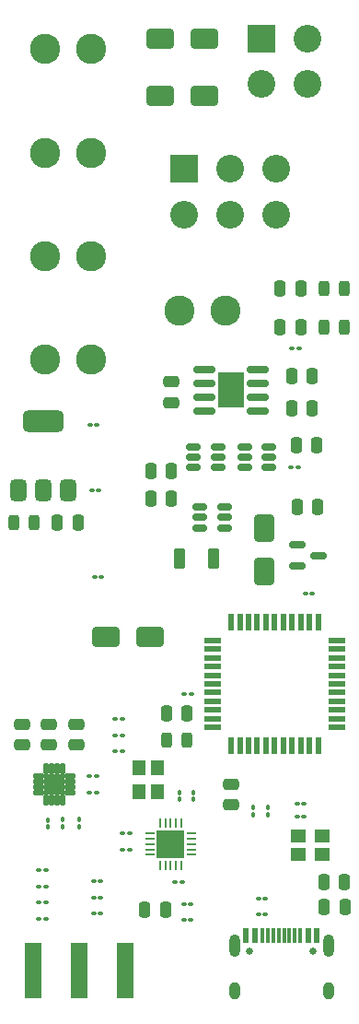
<source format=gbr>
%TF.GenerationSoftware,KiCad,Pcbnew,9.0.1*%
%TF.CreationDate,2025-07-21T15:53:40-04:00*%
%TF.ProjectId,wrangler,7772616e-676c-4657-922e-6b696361645f,rev?*%
%TF.SameCoordinates,Original*%
%TF.FileFunction,Soldermask,Top*%
%TF.FilePolarity,Negative*%
%FSLAX46Y46*%
G04 Gerber Fmt 4.6, Leading zero omitted, Abs format (unit mm)*
G04 Created by KiCad (PCBNEW 9.0.1) date 2025-07-21 15:53:40*
%MOMM*%
%LPD*%
G01*
G04 APERTURE LIST*
G04 Aperture macros list*
%AMRoundRect*
0 Rectangle with rounded corners*
0 $1 Rounding radius*
0 $2 $3 $4 $5 $6 $7 $8 $9 X,Y pos of 4 corners*
0 Add a 4 corners polygon primitive as box body*
4,1,4,$2,$3,$4,$5,$6,$7,$8,$9,$2,$3,0*
0 Add four circle primitives for the rounded corners*
1,1,$1+$1,$2,$3*
1,1,$1+$1,$4,$5*
1,1,$1+$1,$6,$7*
1,1,$1+$1,$8,$9*
0 Add four rect primitives between the rounded corners*
20,1,$1+$1,$2,$3,$4,$5,0*
20,1,$1+$1,$4,$5,$6,$7,0*
20,1,$1+$1,$6,$7,$8,$9,0*
20,1,$1+$1,$8,$9,$2,$3,0*%
G04 Aperture macros list end*
%ADD10RoundRect,0.100000X-0.130000X-0.100000X0.130000X-0.100000X0.130000X0.100000X-0.130000X0.100000X0*%
%ADD11RoundRect,0.250000X-1.000000X-0.650000X1.000000X-0.650000X1.000000X0.650000X-1.000000X0.650000X0*%
%ADD12RoundRect,0.100000X0.130000X0.100000X-0.130000X0.100000X-0.130000X-0.100000X0.130000X-0.100000X0*%
%ADD13RoundRect,0.243750X-0.243750X-0.456250X0.243750X-0.456250X0.243750X0.456250X-0.243750X0.456250X0*%
%ADD14RoundRect,0.150000X-0.587500X-0.150000X0.587500X-0.150000X0.587500X0.150000X-0.587500X0.150000X0*%
%ADD15RoundRect,0.100000X-0.100000X0.130000X-0.100000X-0.130000X0.100000X-0.130000X0.100000X0.130000X0*%
%ADD16RoundRect,0.250000X-0.475000X0.250000X-0.475000X-0.250000X0.475000X-0.250000X0.475000X0.250000X0*%
%ADD17RoundRect,0.250000X0.250000X0.475000X-0.250000X0.475000X-0.250000X-0.475000X0.250000X-0.475000X0*%
%ADD18RoundRect,0.250000X0.475000X-0.250000X0.475000X0.250000X-0.475000X0.250000X-0.475000X-0.250000X0*%
%ADD19RoundRect,0.250000X-0.250000X-0.475000X0.250000X-0.475000X0.250000X0.475000X-0.250000X0.475000X0*%
%ADD20RoundRect,0.250000X0.275000X0.700000X-0.275000X0.700000X-0.275000X-0.700000X0.275000X-0.700000X0*%
%ADD21RoundRect,0.100000X0.100000X-0.130000X0.100000X0.130000X-0.100000X0.130000X-0.100000X-0.130000X0*%
%ADD22RoundRect,0.150000X-0.512500X-0.150000X0.512500X-0.150000X0.512500X0.150000X-0.512500X0.150000X0*%
%ADD23C,2.775000*%
%ADD24RoundRect,0.059250X0.447750X0.177750X-0.447750X0.177750X-0.447750X-0.177750X0.447750X-0.177750X0*%
%ADD25RoundRect,0.059250X0.177750X0.447750X-0.177750X0.447750X-0.177750X-0.447750X0.177750X-0.447750X0*%
%ADD26RoundRect,0.102000X0.850000X0.850000X-0.850000X0.850000X-0.850000X-0.850000X0.850000X-0.850000X0*%
%ADD27RoundRect,0.375000X0.375000X-0.625000X0.375000X0.625000X-0.375000X0.625000X-0.375000X-0.625000X0*%
%ADD28RoundRect,0.500000X1.400000X-0.500000X1.400000X0.500000X-1.400000X0.500000X-1.400000X-0.500000X0*%
%ADD29C,0.650000*%
%ADD30R,0.600000X1.450000*%
%ADD31R,0.300000X1.450000*%
%ADD32O,1.000000X2.100000*%
%ADD33O,1.000000X1.600000*%
%ADD34RoundRect,0.250000X0.650000X-1.000000X0.650000X1.000000X-0.650000X1.000000X-0.650000X-1.000000X0*%
%ADD35R,2.550000X2.550000*%
%ADD36C,2.550000*%
%ADD37R,1.400000X1.200000*%
%ADD38RoundRect,0.150000X-0.825000X-0.150000X0.825000X-0.150000X0.825000X0.150000X-0.825000X0.150000X0*%
%ADD39R,2.410000X3.300000*%
%ADD40RoundRect,0.062500X0.350000X0.062500X-0.350000X0.062500X-0.350000X-0.062500X0.350000X-0.062500X0*%
%ADD41RoundRect,0.062500X0.062500X0.350000X-0.062500X0.350000X-0.062500X-0.350000X0.062500X-0.350000X0*%
%ADD42R,2.500000X2.500000*%
%ADD43R,1.500000X5.080000*%
%ADD44R,1.200000X1.400000*%
%ADD45R,1.500000X0.550000*%
%ADD46R,0.550000X1.500000*%
G04 APERTURE END LIST*
D10*
%TO.C,C10*%
X193835000Y-139000000D03*
X194475000Y-139000000D03*
%TD*%
D11*
%TO.C,D1*%
X187500000Y-116500000D03*
X191500000Y-116500000D03*
%TD*%
D12*
%TO.C,C17*%
X181975000Y-139400000D03*
X181335000Y-139400000D03*
%TD*%
D11*
%TO.C,D3*%
X192500000Y-66750000D03*
X196500000Y-66750000D03*
%TD*%
D13*
%TO.C,D12*%
X193075000Y-126000000D03*
X194950000Y-126000000D03*
%TD*%
D12*
%TO.C,C22*%
X205140000Y-100900000D03*
X204500000Y-100900000D03*
%TD*%
%TO.C,C16*%
X181975000Y-137900000D03*
X181335000Y-137900000D03*
%TD*%
D14*
%TO.C,Q2*%
X205125000Y-108050000D03*
X205125000Y-109950000D03*
X207000000Y-109000000D03*
%TD*%
D15*
%TO.C,C14*%
X183500000Y-133285000D03*
X183500000Y-133925000D03*
%TD*%
D16*
%TO.C,R8*%
X184750000Y-124500000D03*
X184750000Y-126400000D03*
%TD*%
D10*
%TO.C,L3*%
X188335000Y-127000000D03*
X188975000Y-127000000D03*
%TD*%
D17*
%TO.C,R12*%
X206900000Y-98900000D03*
X205000000Y-98900000D03*
%TD*%
D18*
%TO.C,R3*%
X193500000Y-94950000D03*
X193500000Y-93050000D03*
%TD*%
D19*
%TO.C,R9*%
X205050000Y-104500000D03*
X206950000Y-104500000D03*
%TD*%
%TO.C,R5*%
X191050000Y-141500000D03*
X192950000Y-141500000D03*
%TD*%
D17*
%TO.C,R10*%
X184900000Y-106000000D03*
X183000000Y-106000000D03*
%TD*%
D12*
%TO.C,C20*%
X186975000Y-141900000D03*
X186335000Y-141900000D03*
%TD*%
D20*
%TO.C,L5*%
X197400000Y-109250000D03*
X194250000Y-109250000D03*
%TD*%
D12*
%TO.C,C19*%
X186975000Y-138900000D03*
X186335000Y-138900000D03*
%TD*%
D21*
%TO.C,C28*%
X201000000Y-132820000D03*
X201000000Y-132180000D03*
%TD*%
D17*
%TO.C,R14*%
X206450000Y-95500000D03*
X204550000Y-95500000D03*
%TD*%
D22*
%TO.C,U8*%
X200225000Y-99000000D03*
X200225000Y-99950000D03*
X200225000Y-100900000D03*
X202500000Y-100900000D03*
X202500000Y-99950000D03*
X202500000Y-99000000D03*
%TD*%
D19*
%TO.C,R16*%
X191600000Y-101250000D03*
X193500000Y-101250000D03*
%TD*%
D10*
%TO.C,C21*%
X201525000Y-142000000D03*
X202165000Y-142000000D03*
%TD*%
D12*
%TO.C,L2*%
X188973687Y-125500000D03*
X188333687Y-125500000D03*
%TD*%
%TO.C,C6*%
X186600000Y-129285000D03*
X185960000Y-129285000D03*
%TD*%
D16*
%TO.C,R6*%
X182250000Y-124500000D03*
X182250000Y-126400000D03*
%TD*%
D10*
%TO.C,C23*%
X205835000Y-112500000D03*
X206475000Y-112500000D03*
%TD*%
D17*
%TO.C,R13*%
X206450000Y-92500000D03*
X204550000Y-92500000D03*
%TD*%
D22*
%TO.C,U9*%
X196125000Y-104550000D03*
X196125000Y-105500000D03*
X196125000Y-106450000D03*
X198400000Y-106450000D03*
X198400000Y-105500000D03*
X198400000Y-104550000D03*
%TD*%
D10*
%TO.C,C30*%
X205049466Y-132995460D03*
X205689466Y-132995460D03*
%TD*%
D21*
%TO.C,C29*%
X202369466Y-132815460D03*
X202369466Y-132175460D03*
%TD*%
D12*
%TO.C,L6*%
X186975000Y-140400000D03*
X186335000Y-140400000D03*
%TD*%
D21*
%TO.C,C11*%
X194250000Y-131415000D03*
X194250000Y-130775000D03*
%TD*%
%TO.C,C12*%
X195500000Y-131415000D03*
X195500000Y-130775000D03*
%TD*%
D19*
%TO.C,R19*%
X193050000Y-123500000D03*
X194950000Y-123500000D03*
%TD*%
D12*
%TO.C,C8*%
X195283379Y-142500000D03*
X194643379Y-142500000D03*
%TD*%
D23*
%TO.C,J-LED1*%
X186100000Y-62500000D03*
X181900000Y-62500000D03*
%TD*%
D10*
%TO.C,C31*%
X205055712Y-131796221D03*
X205695712Y-131796221D03*
%TD*%
D18*
%TO.C,R7*%
X179750000Y-126400000D03*
X179750000Y-124500000D03*
%TD*%
D10*
%TO.C,C24*%
X186430000Y-111000000D03*
X187070000Y-111000000D03*
%TD*%
D23*
%TO.C,J-Trigger1*%
X186100000Y-81500000D03*
X181900000Y-81500000D03*
%TD*%
D13*
%TO.C,D10*%
X207525000Y-88000000D03*
X209400000Y-88000000D03*
%TD*%
D24*
%TO.C,U5*%
X184195000Y-130755000D03*
X184195000Y-130255000D03*
X184195000Y-129755000D03*
X184195000Y-129255000D03*
D25*
X183500000Y-128560000D03*
X183000000Y-128560000D03*
X182500000Y-128560000D03*
X182000000Y-128560000D03*
D24*
X181305000Y-129255000D03*
X181305000Y-129755000D03*
X181305000Y-130255000D03*
X181305000Y-130755000D03*
D25*
X182000000Y-131450000D03*
X182500000Y-131450000D03*
X183000000Y-131450000D03*
X183500000Y-131450000D03*
D26*
X182750000Y-130005000D03*
%TD*%
D12*
%TO.C,C7*%
X186600000Y-130785000D03*
X185960000Y-130785000D03*
%TD*%
D10*
%TO.C,C26*%
X186025000Y-97000000D03*
X186665000Y-97000000D03*
%TD*%
D17*
%TO.C,R15*%
X193500000Y-103750000D03*
X191600000Y-103750000D03*
%TD*%
D23*
%TO.C,J-BattLED1*%
X186100000Y-91000000D03*
X181900000Y-91000000D03*
%TD*%
D19*
%TO.C,R2*%
X203500000Y-88000000D03*
X205400000Y-88000000D03*
%TD*%
D27*
%TO.C,U6*%
X179400000Y-103000000D03*
X181700000Y-103000000D03*
D28*
X181700000Y-96700000D03*
D27*
X184000000Y-103000000D03*
%TD*%
D12*
%TO.C,C5*%
X189665000Y-136000000D03*
X189025000Y-136000000D03*
%TD*%
%TO.C,C4*%
X189665000Y-134500000D03*
X189025000Y-134500000D03*
%TD*%
D13*
%TO.C,D9*%
X207500000Y-84500000D03*
X209375000Y-84500000D03*
%TD*%
D12*
%TO.C,C32*%
X195320000Y-121750000D03*
X194680000Y-121750000D03*
%TD*%
D17*
%TO.C,R18*%
X209450000Y-141250000D03*
X207550000Y-141250000D03*
%TD*%
D12*
%TO.C,C18*%
X181975000Y-142400000D03*
X181335000Y-142400000D03*
%TD*%
D29*
%TO.C,J1*%
X200720000Y-145350000D03*
X206500000Y-145350000D03*
D30*
X200360000Y-143905000D03*
X201160000Y-143905000D03*
D31*
X202360000Y-143905000D03*
X203360000Y-143905000D03*
X203860000Y-143905000D03*
X204860000Y-143905000D03*
D30*
X206060000Y-143905000D03*
X206860000Y-143905000D03*
X206860000Y-143905000D03*
X206060000Y-143905000D03*
D31*
X205360000Y-143905000D03*
X204360000Y-143905000D03*
X202860000Y-143905000D03*
X201860000Y-143905000D03*
D30*
X201160000Y-143905000D03*
X200360000Y-143905000D03*
D32*
X199290000Y-144820000D03*
D33*
X199290000Y-149000000D03*
D32*
X207930000Y-144820000D03*
D33*
X207930000Y-149000000D03*
%TD*%
D34*
%TO.C,D2*%
X202000000Y-110500000D03*
X202000000Y-106500000D03*
%TD*%
D12*
%TO.C,C9*%
X195270000Y-141000000D03*
X194630000Y-141000000D03*
%TD*%
D19*
%TO.C,R1*%
X203500000Y-84500000D03*
X205400000Y-84500000D03*
%TD*%
D35*
%TO.C,J-Joystick1*%
X194700000Y-73500000D03*
D36*
X194700000Y-77700000D03*
X198900000Y-73500000D03*
X198900000Y-77700000D03*
X203100000Y-73500000D03*
X203100000Y-77700000D03*
%TD*%
D15*
%TO.C,C13*%
X182100000Y-133310000D03*
X182100000Y-133950000D03*
%TD*%
D11*
%TO.C,D4*%
X192500000Y-61500000D03*
X196500000Y-61500000D03*
%TD*%
D37*
%TO.C,Y2*%
X205169466Y-136495460D03*
X207369466Y-136495460D03*
X207369466Y-134795460D03*
X205169466Y-134795460D03*
%TD*%
D23*
%TO.C,J-18650*%
X194250000Y-86500000D03*
X198450000Y-86500000D03*
%TD*%
D16*
%TO.C,R17*%
X199000000Y-130000000D03*
X199000000Y-131900000D03*
%TD*%
D38*
%TO.C,U2*%
X196500000Y-91895000D03*
X196500000Y-93165000D03*
X196500000Y-94435000D03*
X196500000Y-95705000D03*
X201450000Y-95705000D03*
X201450000Y-94435000D03*
X201450000Y-93165000D03*
X201450000Y-91895000D03*
D39*
X198975000Y-93800000D03*
%TD*%
D35*
%TO.C,J-PowerSwitch1*%
X201800000Y-61500000D03*
D36*
X201800000Y-65700000D03*
X206000000Y-61500000D03*
X206000000Y-65700000D03*
%TD*%
D15*
%TO.C,C15*%
X185000000Y-133285000D03*
X185000000Y-133925000D03*
%TD*%
D40*
%TO.C,U4*%
X195375000Y-136500000D03*
X195375000Y-136000000D03*
X195375000Y-135500000D03*
X195375000Y-135000000D03*
X195375000Y-134500000D03*
D41*
X194437500Y-133562500D03*
X193937500Y-133562500D03*
X193437500Y-133562500D03*
X192937500Y-133562500D03*
X192437500Y-133562500D03*
D40*
X191500000Y-134500000D03*
X191500000Y-135000000D03*
X191500000Y-135500000D03*
X191500000Y-136000000D03*
X191500000Y-136500000D03*
D41*
X192437500Y-137437500D03*
X192937500Y-137437500D03*
X193437500Y-137437500D03*
X193937500Y-137437500D03*
X194437500Y-137437500D03*
D42*
X193437500Y-135500000D03*
%TD*%
D12*
%TO.C,L1*%
X188976997Y-124000000D03*
X188336997Y-124000000D03*
%TD*%
D10*
%TO.C,C1*%
X204585000Y-90000000D03*
X205225000Y-90000000D03*
%TD*%
D23*
%TO.C,J-Spare1*%
X186100000Y-72000000D03*
X181900000Y-72000000D03*
%TD*%
D13*
%TO.C,D11*%
X179012500Y-106000000D03*
X180887500Y-106000000D03*
%TD*%
D10*
%TO.C,C25*%
X186180000Y-103000000D03*
X186820000Y-103000000D03*
%TD*%
%TO.C,C27*%
X201525000Y-140500000D03*
X202165000Y-140500000D03*
%TD*%
D43*
%TO.C,J2*%
X185000000Y-147137500D03*
X189250000Y-147137500D03*
X180750000Y-147137500D03*
%TD*%
D12*
%TO.C,L4*%
X181975000Y-140900000D03*
X181335000Y-140900000D03*
%TD*%
D44*
%TO.C,Y1*%
X192250000Y-130700000D03*
X192250000Y-128500000D03*
X190550000Y-128500000D03*
X190550000Y-130700000D03*
%TD*%
D22*
%TO.C,Q3*%
X195500000Y-99000000D03*
X195500000Y-99950000D03*
X195500000Y-100900000D03*
X197775000Y-100900000D03*
X197775000Y-99950000D03*
X197775000Y-99000000D03*
%TD*%
D17*
%TO.C,R11*%
X209400000Y-139000000D03*
X207500000Y-139000000D03*
%TD*%
D45*
%TO.C,U3*%
X197300000Y-116800000D03*
X197300000Y-117600000D03*
X197300000Y-118400000D03*
X197300000Y-119200000D03*
X197300000Y-120000000D03*
X197300000Y-120800000D03*
X197300000Y-121600000D03*
X197300000Y-122400000D03*
X197300000Y-123200000D03*
X197300000Y-124000000D03*
X197300000Y-124800000D03*
D46*
X199000000Y-126500000D03*
X199800000Y-126500000D03*
X200600000Y-126500000D03*
X201400000Y-126500000D03*
X202200000Y-126500000D03*
X203000000Y-126500000D03*
X203800000Y-126500000D03*
X204600000Y-126500000D03*
X205400000Y-126500000D03*
X206200000Y-126500000D03*
X207000000Y-126500000D03*
D45*
X208700000Y-124800000D03*
X208700000Y-124000000D03*
X208700000Y-123200000D03*
X208700000Y-122400000D03*
X208700000Y-121600000D03*
X208700000Y-120800000D03*
X208700000Y-120000000D03*
X208700000Y-119200000D03*
X208700000Y-118400000D03*
X208700000Y-117600000D03*
X208700000Y-116800000D03*
D46*
X207000000Y-115100000D03*
X206200000Y-115100000D03*
X205400000Y-115100000D03*
X204600000Y-115100000D03*
X203800000Y-115100000D03*
X203000000Y-115100000D03*
X202200000Y-115100000D03*
X201400000Y-115100000D03*
X200600000Y-115100000D03*
X199800000Y-115100000D03*
X199000000Y-115100000D03*
%TD*%
M02*

</source>
